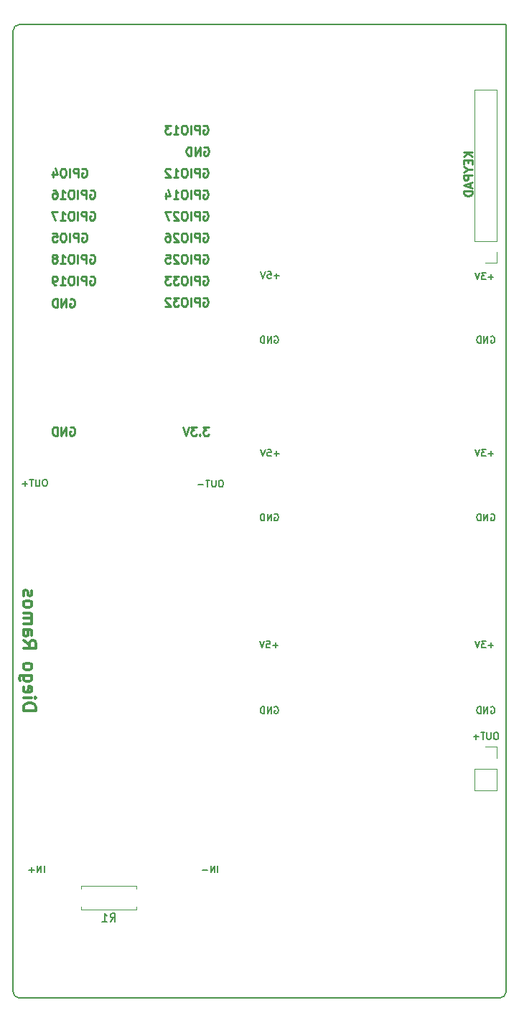
<source format=gbr>
%TF.GenerationSoftware,KiCad,Pcbnew,(5.0.2)-1*%
%TF.CreationDate,2019-03-22T12:12:08-04:00*%
%TF.ProjectId,Door_Lock,446f6f72-5f4c-46f6-936b-2e6b69636164,rev?*%
%TF.SameCoordinates,Original*%
%TF.FileFunction,Legend,Bot*%
%TF.FilePolarity,Positive*%
%FSLAX46Y46*%
G04 Gerber Fmt 4.6, Leading zero omitted, Abs format (unit mm)*
G04 Created by KiCad (PCBNEW (5.0.2)-1) date 3/22/2019 12:12:08 PM*
%MOMM*%
%LPD*%
G01*
G04 APERTURE LIST*
%ADD10C,0.200000*%
%ADD11C,0.250000*%
%ADD12C,0.150000*%
%ADD13C,0.300000*%
%ADD14C,0.120000*%
G04 APERTURE END LIST*
D10*
X115722238Y-114750904D02*
X115569857Y-114750904D01*
X115493666Y-114789000D01*
X115417476Y-114865190D01*
X115379380Y-115017571D01*
X115379380Y-115284238D01*
X115417476Y-115436619D01*
X115493666Y-115512809D01*
X115569857Y-115550904D01*
X115722238Y-115550904D01*
X115798428Y-115512809D01*
X115874619Y-115436619D01*
X115912714Y-115284238D01*
X115912714Y-115017571D01*
X115874619Y-114865190D01*
X115798428Y-114789000D01*
X115722238Y-114750904D01*
X115036523Y-114750904D02*
X115036523Y-115398523D01*
X114998428Y-115474714D01*
X114960333Y-115512809D01*
X114884142Y-115550904D01*
X114731761Y-115550904D01*
X114655571Y-115512809D01*
X114617476Y-115474714D01*
X114579380Y-115398523D01*
X114579380Y-114750904D01*
X114312714Y-114750904D02*
X113855571Y-114750904D01*
X114084142Y-115550904D02*
X114084142Y-114750904D01*
X113588904Y-115246142D02*
X112979380Y-115246142D01*
X113284142Y-115550904D02*
X113284142Y-114941380D01*
D11*
X81200428Y-45728000D02*
X81295666Y-45680380D01*
X81438524Y-45680380D01*
X81581381Y-45728000D01*
X81676619Y-45823238D01*
X81724238Y-45918476D01*
X81771857Y-46108952D01*
X81771857Y-46251809D01*
X81724238Y-46442285D01*
X81676619Y-46537523D01*
X81581381Y-46632761D01*
X81438524Y-46680380D01*
X81343285Y-46680380D01*
X81200428Y-46632761D01*
X81152809Y-46585142D01*
X81152809Y-46251809D01*
X81343285Y-46251809D01*
X80724238Y-46680380D02*
X80724238Y-45680380D01*
X80152809Y-46680380D01*
X80152809Y-45680380D01*
X79676619Y-46680380D02*
X79676619Y-45680380D01*
X79438524Y-45680380D01*
X79295666Y-45728000D01*
X79200428Y-45823238D01*
X79152809Y-45918476D01*
X79105190Y-46108952D01*
X79105190Y-46251809D01*
X79152809Y-46442285D01*
X79200428Y-46537523D01*
X79295666Y-46632761D01*
X79438524Y-46680380D01*
X79676619Y-46680380D01*
X81120904Y-60968000D02*
X81216143Y-60920380D01*
X81359000Y-60920380D01*
X81501857Y-60968000D01*
X81597095Y-61063238D01*
X81644714Y-61158476D01*
X81692333Y-61348952D01*
X81692333Y-61491809D01*
X81644714Y-61682285D01*
X81597095Y-61777523D01*
X81501857Y-61872761D01*
X81359000Y-61920380D01*
X81263762Y-61920380D01*
X81120904Y-61872761D01*
X81073285Y-61825142D01*
X81073285Y-61491809D01*
X81263762Y-61491809D01*
X80644714Y-61920380D02*
X80644714Y-60920380D01*
X80263762Y-60920380D01*
X80168524Y-60968000D01*
X80120904Y-61015619D01*
X80073285Y-61110857D01*
X80073285Y-61253714D01*
X80120904Y-61348952D01*
X80168524Y-61396571D01*
X80263762Y-61444190D01*
X80644714Y-61444190D01*
X79644714Y-61920380D02*
X79644714Y-60920380D01*
X78978047Y-60920380D02*
X78787571Y-60920380D01*
X78692333Y-60968000D01*
X78597095Y-61063238D01*
X78549476Y-61253714D01*
X78549476Y-61587047D01*
X78597095Y-61777523D01*
X78692333Y-61872761D01*
X78787571Y-61920380D01*
X78978047Y-61920380D01*
X79073285Y-61872761D01*
X79168524Y-61777523D01*
X79216143Y-61587047D01*
X79216143Y-61253714D01*
X79168524Y-61063238D01*
X79073285Y-60968000D01*
X78978047Y-60920380D01*
X78216143Y-60920380D02*
X77597095Y-60920380D01*
X77930428Y-61301333D01*
X77787571Y-61301333D01*
X77692333Y-61348952D01*
X77644714Y-61396571D01*
X77597095Y-61491809D01*
X77597095Y-61729904D01*
X77644714Y-61825142D01*
X77692333Y-61872761D01*
X77787571Y-61920380D01*
X78073285Y-61920380D01*
X78168524Y-61872761D01*
X78216143Y-61825142D01*
X77263762Y-60920380D02*
X76644714Y-60920380D01*
X76978047Y-61301333D01*
X76835190Y-61301333D01*
X76739952Y-61348952D01*
X76692333Y-61396571D01*
X76644714Y-61491809D01*
X76644714Y-61729904D01*
X76692333Y-61825142D01*
X76739952Y-61872761D01*
X76835190Y-61920380D01*
X77120904Y-61920380D01*
X77216143Y-61872761D01*
X77263762Y-61825142D01*
X81120904Y-48268000D02*
X81216143Y-48220380D01*
X81359000Y-48220380D01*
X81501857Y-48268000D01*
X81597095Y-48363238D01*
X81644714Y-48458476D01*
X81692333Y-48648952D01*
X81692333Y-48791809D01*
X81644714Y-48982285D01*
X81597095Y-49077523D01*
X81501857Y-49172761D01*
X81359000Y-49220380D01*
X81263762Y-49220380D01*
X81120904Y-49172761D01*
X81073285Y-49125142D01*
X81073285Y-48791809D01*
X81263762Y-48791809D01*
X80644714Y-49220380D02*
X80644714Y-48220380D01*
X80263762Y-48220380D01*
X80168524Y-48268000D01*
X80120904Y-48315619D01*
X80073285Y-48410857D01*
X80073285Y-48553714D01*
X80120904Y-48648952D01*
X80168524Y-48696571D01*
X80263762Y-48744190D01*
X80644714Y-48744190D01*
X79644714Y-49220380D02*
X79644714Y-48220380D01*
X78978047Y-48220380D02*
X78787571Y-48220380D01*
X78692333Y-48268000D01*
X78597095Y-48363238D01*
X78549476Y-48553714D01*
X78549476Y-48887047D01*
X78597095Y-49077523D01*
X78692333Y-49172761D01*
X78787571Y-49220380D01*
X78978047Y-49220380D01*
X79073285Y-49172761D01*
X79168524Y-49077523D01*
X79216143Y-48887047D01*
X79216143Y-48553714D01*
X79168524Y-48363238D01*
X79073285Y-48268000D01*
X78978047Y-48220380D01*
X77597095Y-49220380D02*
X78168524Y-49220380D01*
X77882809Y-49220380D02*
X77882809Y-48220380D01*
X77978047Y-48363238D01*
X78073285Y-48458476D01*
X78168524Y-48506095D01*
X77216143Y-48315619D02*
X77168524Y-48268000D01*
X77073285Y-48220380D01*
X76835190Y-48220380D01*
X76739952Y-48268000D01*
X76692333Y-48315619D01*
X76644714Y-48410857D01*
X76644714Y-48506095D01*
X76692333Y-48648952D01*
X77263762Y-49220380D01*
X76644714Y-49220380D01*
X81120904Y-43188000D02*
X81216143Y-43140380D01*
X81359000Y-43140380D01*
X81501857Y-43188000D01*
X81597095Y-43283238D01*
X81644714Y-43378476D01*
X81692333Y-43568952D01*
X81692333Y-43711809D01*
X81644714Y-43902285D01*
X81597095Y-43997523D01*
X81501857Y-44092761D01*
X81359000Y-44140380D01*
X81263762Y-44140380D01*
X81120904Y-44092761D01*
X81073285Y-44045142D01*
X81073285Y-43711809D01*
X81263762Y-43711809D01*
X80644714Y-44140380D02*
X80644714Y-43140380D01*
X80263762Y-43140380D01*
X80168524Y-43188000D01*
X80120904Y-43235619D01*
X80073285Y-43330857D01*
X80073285Y-43473714D01*
X80120904Y-43568952D01*
X80168524Y-43616571D01*
X80263762Y-43664190D01*
X80644714Y-43664190D01*
X79644714Y-44140380D02*
X79644714Y-43140380D01*
X78978047Y-43140380D02*
X78787571Y-43140380D01*
X78692333Y-43188000D01*
X78597095Y-43283238D01*
X78549476Y-43473714D01*
X78549476Y-43807047D01*
X78597095Y-43997523D01*
X78692333Y-44092761D01*
X78787571Y-44140380D01*
X78978047Y-44140380D01*
X79073285Y-44092761D01*
X79168524Y-43997523D01*
X79216143Y-43807047D01*
X79216143Y-43473714D01*
X79168524Y-43283238D01*
X79073285Y-43188000D01*
X78978047Y-43140380D01*
X77597095Y-44140380D02*
X78168524Y-44140380D01*
X77882809Y-44140380D02*
X77882809Y-43140380D01*
X77978047Y-43283238D01*
X78073285Y-43378476D01*
X78168524Y-43426095D01*
X77263762Y-43140380D02*
X76644714Y-43140380D01*
X76978047Y-43521333D01*
X76835190Y-43521333D01*
X76739952Y-43568952D01*
X76692333Y-43616571D01*
X76644714Y-43711809D01*
X76644714Y-43949904D01*
X76692333Y-44045142D01*
X76739952Y-44092761D01*
X76835190Y-44140380D01*
X77120904Y-44140380D01*
X77216143Y-44092761D01*
X77263762Y-44045142D01*
X81120904Y-58428000D02*
X81216143Y-58380380D01*
X81359000Y-58380380D01*
X81501857Y-58428000D01*
X81597095Y-58523238D01*
X81644714Y-58618476D01*
X81692333Y-58808952D01*
X81692333Y-58951809D01*
X81644714Y-59142285D01*
X81597095Y-59237523D01*
X81501857Y-59332761D01*
X81359000Y-59380380D01*
X81263762Y-59380380D01*
X81120904Y-59332761D01*
X81073285Y-59285142D01*
X81073285Y-58951809D01*
X81263762Y-58951809D01*
X80644714Y-59380380D02*
X80644714Y-58380380D01*
X80263762Y-58380380D01*
X80168524Y-58428000D01*
X80120904Y-58475619D01*
X80073285Y-58570857D01*
X80073285Y-58713714D01*
X80120904Y-58808952D01*
X80168524Y-58856571D01*
X80263762Y-58904190D01*
X80644714Y-58904190D01*
X79644714Y-59380380D02*
X79644714Y-58380380D01*
X78978047Y-58380380D02*
X78787571Y-58380380D01*
X78692333Y-58428000D01*
X78597095Y-58523238D01*
X78549476Y-58713714D01*
X78549476Y-59047047D01*
X78597095Y-59237523D01*
X78692333Y-59332761D01*
X78787571Y-59380380D01*
X78978047Y-59380380D01*
X79073285Y-59332761D01*
X79168524Y-59237523D01*
X79216143Y-59047047D01*
X79216143Y-58713714D01*
X79168524Y-58523238D01*
X79073285Y-58428000D01*
X78978047Y-58380380D01*
X78168524Y-58475619D02*
X78120904Y-58428000D01*
X78025666Y-58380380D01*
X77787571Y-58380380D01*
X77692333Y-58428000D01*
X77644714Y-58475619D01*
X77597095Y-58570857D01*
X77597095Y-58666095D01*
X77644714Y-58808952D01*
X78216143Y-59380380D01*
X77597095Y-59380380D01*
X76692333Y-58380380D02*
X77168524Y-58380380D01*
X77216143Y-58856571D01*
X77168524Y-58808952D01*
X77073285Y-58761333D01*
X76835190Y-58761333D01*
X76739952Y-58808952D01*
X76692333Y-58856571D01*
X76644714Y-58951809D01*
X76644714Y-59189904D01*
X76692333Y-59285142D01*
X76739952Y-59332761D01*
X76835190Y-59380380D01*
X77073285Y-59380380D01*
X77168524Y-59332761D01*
X77216143Y-59285142D01*
X81120904Y-55888000D02*
X81216143Y-55840380D01*
X81359000Y-55840380D01*
X81501857Y-55888000D01*
X81597095Y-55983238D01*
X81644714Y-56078476D01*
X81692333Y-56268952D01*
X81692333Y-56411809D01*
X81644714Y-56602285D01*
X81597095Y-56697523D01*
X81501857Y-56792761D01*
X81359000Y-56840380D01*
X81263762Y-56840380D01*
X81120904Y-56792761D01*
X81073285Y-56745142D01*
X81073285Y-56411809D01*
X81263762Y-56411809D01*
X80644714Y-56840380D02*
X80644714Y-55840380D01*
X80263762Y-55840380D01*
X80168524Y-55888000D01*
X80120904Y-55935619D01*
X80073285Y-56030857D01*
X80073285Y-56173714D01*
X80120904Y-56268952D01*
X80168524Y-56316571D01*
X80263762Y-56364190D01*
X80644714Y-56364190D01*
X79644714Y-56840380D02*
X79644714Y-55840380D01*
X78978047Y-55840380D02*
X78787571Y-55840380D01*
X78692333Y-55888000D01*
X78597095Y-55983238D01*
X78549476Y-56173714D01*
X78549476Y-56507047D01*
X78597095Y-56697523D01*
X78692333Y-56792761D01*
X78787571Y-56840380D01*
X78978047Y-56840380D01*
X79073285Y-56792761D01*
X79168524Y-56697523D01*
X79216143Y-56507047D01*
X79216143Y-56173714D01*
X79168524Y-55983238D01*
X79073285Y-55888000D01*
X78978047Y-55840380D01*
X78168524Y-55935619D02*
X78120904Y-55888000D01*
X78025666Y-55840380D01*
X77787571Y-55840380D01*
X77692333Y-55888000D01*
X77644714Y-55935619D01*
X77597095Y-56030857D01*
X77597095Y-56126095D01*
X77644714Y-56268952D01*
X78216143Y-56840380D01*
X77597095Y-56840380D01*
X76739952Y-55840380D02*
X76930428Y-55840380D01*
X77025666Y-55888000D01*
X77073285Y-55935619D01*
X77168524Y-56078476D01*
X77216143Y-56268952D01*
X77216143Y-56649904D01*
X77168524Y-56745142D01*
X77120904Y-56792761D01*
X77025666Y-56840380D01*
X76835190Y-56840380D01*
X76739952Y-56792761D01*
X76692333Y-56745142D01*
X76644714Y-56649904D01*
X76644714Y-56411809D01*
X76692333Y-56316571D01*
X76739952Y-56268952D01*
X76835190Y-56221333D01*
X77025666Y-56221333D01*
X77120904Y-56268952D01*
X77168524Y-56316571D01*
X77216143Y-56411809D01*
X81120904Y-50808000D02*
X81216143Y-50760380D01*
X81359000Y-50760380D01*
X81501857Y-50808000D01*
X81597095Y-50903238D01*
X81644714Y-50998476D01*
X81692333Y-51188952D01*
X81692333Y-51331809D01*
X81644714Y-51522285D01*
X81597095Y-51617523D01*
X81501857Y-51712761D01*
X81359000Y-51760380D01*
X81263762Y-51760380D01*
X81120904Y-51712761D01*
X81073285Y-51665142D01*
X81073285Y-51331809D01*
X81263762Y-51331809D01*
X80644714Y-51760380D02*
X80644714Y-50760380D01*
X80263762Y-50760380D01*
X80168524Y-50808000D01*
X80120904Y-50855619D01*
X80073285Y-50950857D01*
X80073285Y-51093714D01*
X80120904Y-51188952D01*
X80168524Y-51236571D01*
X80263762Y-51284190D01*
X80644714Y-51284190D01*
X79644714Y-51760380D02*
X79644714Y-50760380D01*
X78978047Y-50760380D02*
X78787571Y-50760380D01*
X78692333Y-50808000D01*
X78597095Y-50903238D01*
X78549476Y-51093714D01*
X78549476Y-51427047D01*
X78597095Y-51617523D01*
X78692333Y-51712761D01*
X78787571Y-51760380D01*
X78978047Y-51760380D01*
X79073285Y-51712761D01*
X79168524Y-51617523D01*
X79216143Y-51427047D01*
X79216143Y-51093714D01*
X79168524Y-50903238D01*
X79073285Y-50808000D01*
X78978047Y-50760380D01*
X77597095Y-51760380D02*
X78168524Y-51760380D01*
X77882809Y-51760380D02*
X77882809Y-50760380D01*
X77978047Y-50903238D01*
X78073285Y-50998476D01*
X78168524Y-51046095D01*
X76739952Y-51093714D02*
X76739952Y-51760380D01*
X76978047Y-50712761D02*
X77216143Y-51427047D01*
X76597095Y-51427047D01*
X81120904Y-63508000D02*
X81216143Y-63460380D01*
X81359000Y-63460380D01*
X81501857Y-63508000D01*
X81597095Y-63603238D01*
X81644714Y-63698476D01*
X81692333Y-63888952D01*
X81692333Y-64031809D01*
X81644714Y-64222285D01*
X81597095Y-64317523D01*
X81501857Y-64412761D01*
X81359000Y-64460380D01*
X81263762Y-64460380D01*
X81120904Y-64412761D01*
X81073285Y-64365142D01*
X81073285Y-64031809D01*
X81263762Y-64031809D01*
X80644714Y-64460380D02*
X80644714Y-63460380D01*
X80263762Y-63460380D01*
X80168524Y-63508000D01*
X80120904Y-63555619D01*
X80073285Y-63650857D01*
X80073285Y-63793714D01*
X80120904Y-63888952D01*
X80168524Y-63936571D01*
X80263762Y-63984190D01*
X80644714Y-63984190D01*
X79644714Y-64460380D02*
X79644714Y-63460380D01*
X78978047Y-63460380D02*
X78787571Y-63460380D01*
X78692333Y-63508000D01*
X78597095Y-63603238D01*
X78549476Y-63793714D01*
X78549476Y-64127047D01*
X78597095Y-64317523D01*
X78692333Y-64412761D01*
X78787571Y-64460380D01*
X78978047Y-64460380D01*
X79073285Y-64412761D01*
X79168524Y-64317523D01*
X79216143Y-64127047D01*
X79216143Y-63793714D01*
X79168524Y-63603238D01*
X79073285Y-63508000D01*
X78978047Y-63460380D01*
X78216143Y-63460380D02*
X77597095Y-63460380D01*
X77930428Y-63841333D01*
X77787571Y-63841333D01*
X77692333Y-63888952D01*
X77644714Y-63936571D01*
X77597095Y-64031809D01*
X77597095Y-64269904D01*
X77644714Y-64365142D01*
X77692333Y-64412761D01*
X77787571Y-64460380D01*
X78073285Y-64460380D01*
X78168524Y-64412761D01*
X78216143Y-64365142D01*
X77216143Y-63555619D02*
X77168524Y-63508000D01*
X77073285Y-63460380D01*
X76835190Y-63460380D01*
X76739952Y-63508000D01*
X76692333Y-63555619D01*
X76644714Y-63650857D01*
X76644714Y-63746095D01*
X76692333Y-63888952D01*
X77263762Y-64460380D01*
X76644714Y-64460380D01*
X81120904Y-53348000D02*
X81216143Y-53300380D01*
X81359000Y-53300380D01*
X81501857Y-53348000D01*
X81597095Y-53443238D01*
X81644714Y-53538476D01*
X81692333Y-53728952D01*
X81692333Y-53871809D01*
X81644714Y-54062285D01*
X81597095Y-54157523D01*
X81501857Y-54252761D01*
X81359000Y-54300380D01*
X81263762Y-54300380D01*
X81120904Y-54252761D01*
X81073285Y-54205142D01*
X81073285Y-53871809D01*
X81263762Y-53871809D01*
X80644714Y-54300380D02*
X80644714Y-53300380D01*
X80263762Y-53300380D01*
X80168524Y-53348000D01*
X80120904Y-53395619D01*
X80073285Y-53490857D01*
X80073285Y-53633714D01*
X80120904Y-53728952D01*
X80168524Y-53776571D01*
X80263762Y-53824190D01*
X80644714Y-53824190D01*
X79644714Y-54300380D02*
X79644714Y-53300380D01*
X78978047Y-53300380D02*
X78787571Y-53300380D01*
X78692333Y-53348000D01*
X78597095Y-53443238D01*
X78549476Y-53633714D01*
X78549476Y-53967047D01*
X78597095Y-54157523D01*
X78692333Y-54252761D01*
X78787571Y-54300380D01*
X78978047Y-54300380D01*
X79073285Y-54252761D01*
X79168524Y-54157523D01*
X79216143Y-53967047D01*
X79216143Y-53633714D01*
X79168524Y-53443238D01*
X79073285Y-53348000D01*
X78978047Y-53300380D01*
X78168524Y-53395619D02*
X78120904Y-53348000D01*
X78025666Y-53300380D01*
X77787571Y-53300380D01*
X77692333Y-53348000D01*
X77644714Y-53395619D01*
X77597095Y-53490857D01*
X77597095Y-53586095D01*
X77644714Y-53728952D01*
X78216143Y-54300380D01*
X77597095Y-54300380D01*
X77263762Y-53300380D02*
X76597095Y-53300380D01*
X77025666Y-54300380D01*
X65404904Y-63635000D02*
X65500142Y-63587380D01*
X65643000Y-63587380D01*
X65785857Y-63635000D01*
X65881095Y-63730238D01*
X65928714Y-63825476D01*
X65976333Y-64015952D01*
X65976333Y-64158809D01*
X65928714Y-64349285D01*
X65881095Y-64444523D01*
X65785857Y-64539761D01*
X65643000Y-64587380D01*
X65547761Y-64587380D01*
X65404904Y-64539761D01*
X65357285Y-64492142D01*
X65357285Y-64158809D01*
X65547761Y-64158809D01*
X64928714Y-64587380D02*
X64928714Y-63587380D01*
X64357285Y-64587380D01*
X64357285Y-63587380D01*
X63881095Y-64587380D02*
X63881095Y-63587380D01*
X63643000Y-63587380D01*
X63500142Y-63635000D01*
X63404904Y-63730238D01*
X63357285Y-63825476D01*
X63309666Y-64015952D01*
X63309666Y-64158809D01*
X63357285Y-64349285D01*
X63404904Y-64444523D01*
X63500142Y-64539761D01*
X63643000Y-64587380D01*
X63881095Y-64587380D01*
X65404904Y-78748000D02*
X65500142Y-78700380D01*
X65643000Y-78700380D01*
X65785857Y-78748000D01*
X65881095Y-78843238D01*
X65928714Y-78938476D01*
X65976333Y-79128952D01*
X65976333Y-79271809D01*
X65928714Y-79462285D01*
X65881095Y-79557523D01*
X65785857Y-79652761D01*
X65643000Y-79700380D01*
X65547761Y-79700380D01*
X65404904Y-79652761D01*
X65357285Y-79605142D01*
X65357285Y-79271809D01*
X65547761Y-79271809D01*
X64928714Y-79700380D02*
X64928714Y-78700380D01*
X64357285Y-79700380D01*
X64357285Y-78700380D01*
X63881095Y-79700380D02*
X63881095Y-78700380D01*
X63643000Y-78700380D01*
X63500142Y-78748000D01*
X63404904Y-78843238D01*
X63357285Y-78938476D01*
X63309666Y-79128952D01*
X63309666Y-79271809D01*
X63357285Y-79462285D01*
X63404904Y-79557523D01*
X63500142Y-79652761D01*
X63643000Y-79700380D01*
X63881095Y-79700380D01*
X67785856Y-58428000D02*
X67881095Y-58380380D01*
X68023952Y-58380380D01*
X68166809Y-58428000D01*
X68262047Y-58523238D01*
X68309666Y-58618476D01*
X68357285Y-58808952D01*
X68357285Y-58951809D01*
X68309666Y-59142285D01*
X68262047Y-59237523D01*
X68166809Y-59332761D01*
X68023952Y-59380380D01*
X67928714Y-59380380D01*
X67785856Y-59332761D01*
X67738237Y-59285142D01*
X67738237Y-58951809D01*
X67928714Y-58951809D01*
X67309666Y-59380380D02*
X67309666Y-58380380D01*
X66928714Y-58380380D01*
X66833476Y-58428000D01*
X66785856Y-58475619D01*
X66738237Y-58570857D01*
X66738237Y-58713714D01*
X66785856Y-58808952D01*
X66833476Y-58856571D01*
X66928714Y-58904190D01*
X67309666Y-58904190D01*
X66309666Y-59380380D02*
X66309666Y-58380380D01*
X65642999Y-58380380D02*
X65452523Y-58380380D01*
X65357285Y-58428000D01*
X65262047Y-58523238D01*
X65214428Y-58713714D01*
X65214428Y-59047047D01*
X65262047Y-59237523D01*
X65357285Y-59332761D01*
X65452523Y-59380380D01*
X65642999Y-59380380D01*
X65738237Y-59332761D01*
X65833476Y-59237523D01*
X65881095Y-59047047D01*
X65881095Y-58713714D01*
X65833476Y-58523238D01*
X65738237Y-58428000D01*
X65642999Y-58380380D01*
X64262047Y-59380380D02*
X64833476Y-59380380D01*
X64547761Y-59380380D02*
X64547761Y-58380380D01*
X64642999Y-58523238D01*
X64738237Y-58618476D01*
X64833476Y-58666095D01*
X63690618Y-58808952D02*
X63785856Y-58761333D01*
X63833476Y-58713714D01*
X63881095Y-58618476D01*
X63881095Y-58570857D01*
X63833476Y-58475619D01*
X63785856Y-58428000D01*
X63690618Y-58380380D01*
X63500142Y-58380380D01*
X63404904Y-58428000D01*
X63357285Y-58475619D01*
X63309666Y-58570857D01*
X63309666Y-58618476D01*
X63357285Y-58713714D01*
X63404904Y-58761333D01*
X63500142Y-58808952D01*
X63690618Y-58808952D01*
X63785856Y-58856571D01*
X63833476Y-58904190D01*
X63881095Y-58999428D01*
X63881095Y-59189904D01*
X63833476Y-59285142D01*
X63785856Y-59332761D01*
X63690618Y-59380380D01*
X63500142Y-59380380D01*
X63404904Y-59332761D01*
X63357285Y-59285142D01*
X63309666Y-59189904D01*
X63309666Y-58999428D01*
X63357285Y-58904190D01*
X63404904Y-58856571D01*
X63500142Y-58808952D01*
X67785856Y-60968000D02*
X67881095Y-60920380D01*
X68023952Y-60920380D01*
X68166809Y-60968000D01*
X68262047Y-61063238D01*
X68309666Y-61158476D01*
X68357285Y-61348952D01*
X68357285Y-61491809D01*
X68309666Y-61682285D01*
X68262047Y-61777523D01*
X68166809Y-61872761D01*
X68023952Y-61920380D01*
X67928714Y-61920380D01*
X67785856Y-61872761D01*
X67738237Y-61825142D01*
X67738237Y-61491809D01*
X67928714Y-61491809D01*
X67309666Y-61920380D02*
X67309666Y-60920380D01*
X66928714Y-60920380D01*
X66833476Y-60968000D01*
X66785856Y-61015619D01*
X66738237Y-61110857D01*
X66738237Y-61253714D01*
X66785856Y-61348952D01*
X66833476Y-61396571D01*
X66928714Y-61444190D01*
X67309666Y-61444190D01*
X66309666Y-61920380D02*
X66309666Y-60920380D01*
X65642999Y-60920380D02*
X65452523Y-60920380D01*
X65357285Y-60968000D01*
X65262047Y-61063238D01*
X65214428Y-61253714D01*
X65214428Y-61587047D01*
X65262047Y-61777523D01*
X65357285Y-61872761D01*
X65452523Y-61920380D01*
X65642999Y-61920380D01*
X65738237Y-61872761D01*
X65833476Y-61777523D01*
X65881095Y-61587047D01*
X65881095Y-61253714D01*
X65833476Y-61063238D01*
X65738237Y-60968000D01*
X65642999Y-60920380D01*
X64262047Y-61920380D02*
X64833476Y-61920380D01*
X64547761Y-61920380D02*
X64547761Y-60920380D01*
X64642999Y-61063238D01*
X64738237Y-61158476D01*
X64833476Y-61206095D01*
X63785856Y-61920380D02*
X63595380Y-61920380D01*
X63500142Y-61872761D01*
X63452523Y-61825142D01*
X63357285Y-61682285D01*
X63309666Y-61491809D01*
X63309666Y-61110857D01*
X63357285Y-61015619D01*
X63404904Y-60968000D01*
X63500142Y-60920380D01*
X63690618Y-60920380D01*
X63785856Y-60968000D01*
X63833476Y-61015619D01*
X63881095Y-61110857D01*
X63881095Y-61348952D01*
X63833476Y-61444190D01*
X63785856Y-61491809D01*
X63690618Y-61539428D01*
X63500142Y-61539428D01*
X63404904Y-61491809D01*
X63357285Y-61444190D01*
X63309666Y-61348952D01*
X66833476Y-48268000D02*
X66928714Y-48220380D01*
X67071571Y-48220380D01*
X67214428Y-48268000D01*
X67309666Y-48363238D01*
X67357286Y-48458476D01*
X67404905Y-48648952D01*
X67404905Y-48791809D01*
X67357286Y-48982285D01*
X67309666Y-49077523D01*
X67214428Y-49172761D01*
X67071571Y-49220380D01*
X66976333Y-49220380D01*
X66833476Y-49172761D01*
X66785857Y-49125142D01*
X66785857Y-48791809D01*
X66976333Y-48791809D01*
X66357286Y-49220380D02*
X66357286Y-48220380D01*
X65976333Y-48220380D01*
X65881095Y-48268000D01*
X65833476Y-48315619D01*
X65785857Y-48410857D01*
X65785857Y-48553714D01*
X65833476Y-48648952D01*
X65881095Y-48696571D01*
X65976333Y-48744190D01*
X66357286Y-48744190D01*
X65357286Y-49220380D02*
X65357286Y-48220380D01*
X64690619Y-48220380D02*
X64500143Y-48220380D01*
X64404905Y-48268000D01*
X64309666Y-48363238D01*
X64262047Y-48553714D01*
X64262047Y-48887047D01*
X64309666Y-49077523D01*
X64404905Y-49172761D01*
X64500143Y-49220380D01*
X64690619Y-49220380D01*
X64785857Y-49172761D01*
X64881095Y-49077523D01*
X64928714Y-48887047D01*
X64928714Y-48553714D01*
X64881095Y-48363238D01*
X64785857Y-48268000D01*
X64690619Y-48220380D01*
X63404905Y-48553714D02*
X63404905Y-49220380D01*
X63643000Y-48172761D02*
X63881095Y-48887047D01*
X63262047Y-48887047D01*
X67785856Y-50808000D02*
X67881095Y-50760380D01*
X68023952Y-50760380D01*
X68166809Y-50808000D01*
X68262047Y-50903238D01*
X68309666Y-50998476D01*
X68357285Y-51188952D01*
X68357285Y-51331809D01*
X68309666Y-51522285D01*
X68262047Y-51617523D01*
X68166809Y-51712761D01*
X68023952Y-51760380D01*
X67928714Y-51760380D01*
X67785856Y-51712761D01*
X67738237Y-51665142D01*
X67738237Y-51331809D01*
X67928714Y-51331809D01*
X67309666Y-51760380D02*
X67309666Y-50760380D01*
X66928714Y-50760380D01*
X66833476Y-50808000D01*
X66785856Y-50855619D01*
X66738237Y-50950857D01*
X66738237Y-51093714D01*
X66785856Y-51188952D01*
X66833476Y-51236571D01*
X66928714Y-51284190D01*
X67309666Y-51284190D01*
X66309666Y-51760380D02*
X66309666Y-50760380D01*
X65642999Y-50760380D02*
X65452523Y-50760380D01*
X65357285Y-50808000D01*
X65262047Y-50903238D01*
X65214428Y-51093714D01*
X65214428Y-51427047D01*
X65262047Y-51617523D01*
X65357285Y-51712761D01*
X65452523Y-51760380D01*
X65642999Y-51760380D01*
X65738237Y-51712761D01*
X65833476Y-51617523D01*
X65881095Y-51427047D01*
X65881095Y-51093714D01*
X65833476Y-50903238D01*
X65738237Y-50808000D01*
X65642999Y-50760380D01*
X64262047Y-51760380D02*
X64833476Y-51760380D01*
X64547761Y-51760380D02*
X64547761Y-50760380D01*
X64642999Y-50903238D01*
X64738237Y-50998476D01*
X64833476Y-51046095D01*
X63404904Y-50760380D02*
X63595380Y-50760380D01*
X63690618Y-50808000D01*
X63738237Y-50855619D01*
X63833476Y-50998476D01*
X63881095Y-51188952D01*
X63881095Y-51569904D01*
X63833476Y-51665142D01*
X63785856Y-51712761D01*
X63690618Y-51760380D01*
X63500142Y-51760380D01*
X63404904Y-51712761D01*
X63357285Y-51665142D01*
X63309666Y-51569904D01*
X63309666Y-51331809D01*
X63357285Y-51236571D01*
X63404904Y-51188952D01*
X63500142Y-51141333D01*
X63690618Y-51141333D01*
X63785856Y-51188952D01*
X63833476Y-51236571D01*
X63881095Y-51331809D01*
X66833476Y-55888000D02*
X66928714Y-55840380D01*
X67071571Y-55840380D01*
X67214428Y-55888000D01*
X67309666Y-55983238D01*
X67357286Y-56078476D01*
X67404905Y-56268952D01*
X67404905Y-56411809D01*
X67357286Y-56602285D01*
X67309666Y-56697523D01*
X67214428Y-56792761D01*
X67071571Y-56840380D01*
X66976333Y-56840380D01*
X66833476Y-56792761D01*
X66785857Y-56745142D01*
X66785857Y-56411809D01*
X66976333Y-56411809D01*
X66357286Y-56840380D02*
X66357286Y-55840380D01*
X65976333Y-55840380D01*
X65881095Y-55888000D01*
X65833476Y-55935619D01*
X65785857Y-56030857D01*
X65785857Y-56173714D01*
X65833476Y-56268952D01*
X65881095Y-56316571D01*
X65976333Y-56364190D01*
X66357286Y-56364190D01*
X65357286Y-56840380D02*
X65357286Y-55840380D01*
X64690619Y-55840380D02*
X64500143Y-55840380D01*
X64404905Y-55888000D01*
X64309666Y-55983238D01*
X64262047Y-56173714D01*
X64262047Y-56507047D01*
X64309666Y-56697523D01*
X64404905Y-56792761D01*
X64500143Y-56840380D01*
X64690619Y-56840380D01*
X64785857Y-56792761D01*
X64881095Y-56697523D01*
X64928714Y-56507047D01*
X64928714Y-56173714D01*
X64881095Y-55983238D01*
X64785857Y-55888000D01*
X64690619Y-55840380D01*
X63357286Y-55840380D02*
X63833476Y-55840380D01*
X63881095Y-56316571D01*
X63833476Y-56268952D01*
X63738238Y-56221333D01*
X63500143Y-56221333D01*
X63404905Y-56268952D01*
X63357286Y-56316571D01*
X63309666Y-56411809D01*
X63309666Y-56649904D01*
X63357286Y-56745142D01*
X63404905Y-56792761D01*
X63500143Y-56840380D01*
X63738238Y-56840380D01*
X63833476Y-56792761D01*
X63881095Y-56745142D01*
X67785856Y-53348000D02*
X67881095Y-53300380D01*
X68023952Y-53300380D01*
X68166809Y-53348000D01*
X68262047Y-53443238D01*
X68309666Y-53538476D01*
X68357285Y-53728952D01*
X68357285Y-53871809D01*
X68309666Y-54062285D01*
X68262047Y-54157523D01*
X68166809Y-54252761D01*
X68023952Y-54300380D01*
X67928714Y-54300380D01*
X67785856Y-54252761D01*
X67738237Y-54205142D01*
X67738237Y-53871809D01*
X67928714Y-53871809D01*
X67309666Y-54300380D02*
X67309666Y-53300380D01*
X66928714Y-53300380D01*
X66833476Y-53348000D01*
X66785856Y-53395619D01*
X66738237Y-53490857D01*
X66738237Y-53633714D01*
X66785856Y-53728952D01*
X66833476Y-53776571D01*
X66928714Y-53824190D01*
X67309666Y-53824190D01*
X66309666Y-54300380D02*
X66309666Y-53300380D01*
X65642999Y-53300380D02*
X65452523Y-53300380D01*
X65357285Y-53348000D01*
X65262047Y-53443238D01*
X65214428Y-53633714D01*
X65214428Y-53967047D01*
X65262047Y-54157523D01*
X65357285Y-54252761D01*
X65452523Y-54300380D01*
X65642999Y-54300380D01*
X65738237Y-54252761D01*
X65833476Y-54157523D01*
X65881095Y-53967047D01*
X65881095Y-53633714D01*
X65833476Y-53443238D01*
X65738237Y-53348000D01*
X65642999Y-53300380D01*
X64262047Y-54300380D02*
X64833476Y-54300380D01*
X64547761Y-54300380D02*
X64547761Y-53300380D01*
X64642999Y-53443238D01*
X64738237Y-53538476D01*
X64833476Y-53586095D01*
X63928714Y-53300380D02*
X63262047Y-53300380D01*
X63690618Y-54300380D01*
X81739952Y-78700380D02*
X81120904Y-78700380D01*
X81454238Y-79081333D01*
X81311381Y-79081333D01*
X81216142Y-79128952D01*
X81168523Y-79176571D01*
X81120904Y-79271809D01*
X81120904Y-79509904D01*
X81168523Y-79605142D01*
X81216142Y-79652761D01*
X81311381Y-79700380D01*
X81597095Y-79700380D01*
X81692333Y-79652761D01*
X81739952Y-79605142D01*
X80692333Y-79605142D02*
X80644714Y-79652761D01*
X80692333Y-79700380D01*
X80739952Y-79652761D01*
X80692333Y-79605142D01*
X80692333Y-79700380D01*
X80311381Y-78700380D02*
X79692333Y-78700380D01*
X80025666Y-79081333D01*
X79882809Y-79081333D01*
X79787571Y-79128952D01*
X79739952Y-79176571D01*
X79692333Y-79271809D01*
X79692333Y-79509904D01*
X79739952Y-79605142D01*
X79787571Y-79652761D01*
X79882809Y-79700380D01*
X80168523Y-79700380D01*
X80263762Y-79652761D01*
X80311381Y-79605142D01*
X79406619Y-78700380D02*
X79073285Y-79700380D01*
X78739952Y-78700380D01*
D12*
X59436000Y-146050000D02*
G75*
G02X58674000Y-145288000I0J762000D01*
G01*
X116840000Y-145288000D02*
G75*
G02X116078000Y-146050000I-762000J0D01*
G01*
X58674000Y-32004000D02*
G75*
G02X59436000Y-31242000I762000J0D01*
G01*
X58674000Y-145288000D02*
X58674000Y-32004000D01*
X116078000Y-146050000D02*
X59436000Y-146050000D01*
X116840000Y-31242000D02*
X116840000Y-145288000D01*
X59436000Y-31242000D02*
X116840000Y-31242000D01*
D11*
X112847380Y-46260071D02*
X111847380Y-46260071D01*
X112847380Y-46831500D02*
X112275952Y-46402928D01*
X111847380Y-46831500D02*
X112418809Y-46260071D01*
X112323571Y-47260071D02*
X112323571Y-47593404D01*
X112847380Y-47736261D02*
X112847380Y-47260071D01*
X111847380Y-47260071D01*
X111847380Y-47736261D01*
X112371190Y-48355309D02*
X112847380Y-48355309D01*
X111847380Y-48021976D02*
X112371190Y-48355309D01*
X111847380Y-48688642D01*
X112847380Y-49021976D02*
X111847380Y-49021976D01*
X111847380Y-49402928D01*
X111895000Y-49498166D01*
X111942619Y-49545785D01*
X112037857Y-49593404D01*
X112180714Y-49593404D01*
X112275952Y-49545785D01*
X112323571Y-49498166D01*
X112371190Y-49402928D01*
X112371190Y-49021976D01*
X112561666Y-49974357D02*
X112561666Y-50450547D01*
X112847380Y-49879119D02*
X111847380Y-50212452D01*
X112847380Y-50545785D01*
X112847380Y-50879119D02*
X111847380Y-50879119D01*
X111847380Y-51117214D01*
X111895000Y-51260071D01*
X111990238Y-51355309D01*
X112085476Y-51402928D01*
X112275952Y-51450547D01*
X112418809Y-51450547D01*
X112609285Y-51402928D01*
X112704523Y-51355309D01*
X112799761Y-51260071D01*
X112847380Y-51117214D01*
X112847380Y-50879119D01*
D10*
X62382285Y-131235404D02*
X62382285Y-130435404D01*
X62001333Y-131235404D02*
X62001333Y-130435404D01*
X61544190Y-131235404D01*
X61544190Y-130435404D01*
X61163238Y-130930642D02*
X60553714Y-130930642D01*
X60858476Y-131235404D02*
X60858476Y-130625880D01*
X82829285Y-131235404D02*
X82829285Y-130435404D01*
X82448333Y-131235404D02*
X82448333Y-130435404D01*
X81991190Y-131235404D01*
X81991190Y-130435404D01*
X81610238Y-130930642D02*
X81000714Y-130930642D01*
X62509238Y-84905904D02*
X62356857Y-84905904D01*
X62280666Y-84944000D01*
X62204476Y-85020190D01*
X62166380Y-85172571D01*
X62166380Y-85439238D01*
X62204476Y-85591619D01*
X62280666Y-85667809D01*
X62356857Y-85705904D01*
X62509238Y-85705904D01*
X62585428Y-85667809D01*
X62661619Y-85591619D01*
X62699714Y-85439238D01*
X62699714Y-85172571D01*
X62661619Y-85020190D01*
X62585428Y-84944000D01*
X62509238Y-84905904D01*
X61823523Y-84905904D02*
X61823523Y-85553523D01*
X61785428Y-85629714D01*
X61747333Y-85667809D01*
X61671142Y-85705904D01*
X61518761Y-85705904D01*
X61442571Y-85667809D01*
X61404476Y-85629714D01*
X61366380Y-85553523D01*
X61366380Y-84905904D01*
X61099714Y-84905904D02*
X60642571Y-84905904D01*
X60871142Y-85705904D02*
X60871142Y-84905904D01*
X60375904Y-85401142D02*
X59766380Y-85401142D01*
X60071142Y-85705904D02*
X60071142Y-85096380D01*
X83273738Y-84969404D02*
X83121357Y-84969404D01*
X83045166Y-85007500D01*
X82968976Y-85083690D01*
X82930880Y-85236071D01*
X82930880Y-85502738D01*
X82968976Y-85655119D01*
X83045166Y-85731309D01*
X83121357Y-85769404D01*
X83273738Y-85769404D01*
X83349928Y-85731309D01*
X83426119Y-85655119D01*
X83464214Y-85502738D01*
X83464214Y-85236071D01*
X83426119Y-85083690D01*
X83349928Y-85007500D01*
X83273738Y-84969404D01*
X82588023Y-84969404D02*
X82588023Y-85617023D01*
X82549928Y-85693214D01*
X82511833Y-85731309D01*
X82435642Y-85769404D01*
X82283261Y-85769404D01*
X82207071Y-85731309D01*
X82168976Y-85693214D01*
X82130880Y-85617023D01*
X82130880Y-84969404D01*
X81864214Y-84969404D02*
X81407071Y-84969404D01*
X81635642Y-85769404D02*
X81635642Y-84969404D01*
X81140404Y-85464642D02*
X80530880Y-85464642D01*
X115341271Y-104451142D02*
X114731747Y-104451142D01*
X115036509Y-104755904D02*
X115036509Y-104146380D01*
X114426985Y-103955904D02*
X113931747Y-103955904D01*
X114198414Y-104260666D01*
X114084128Y-104260666D01*
X114007938Y-104298761D01*
X113969842Y-104336857D01*
X113931747Y-104413047D01*
X113931747Y-104603523D01*
X113969842Y-104679714D01*
X114007938Y-104717809D01*
X114084128Y-104755904D01*
X114312700Y-104755904D01*
X114388890Y-104717809D01*
X114426985Y-104679714D01*
X113703176Y-103955904D02*
X113436509Y-104755904D01*
X113169842Y-103955904D01*
X115049223Y-111741000D02*
X115125414Y-111702904D01*
X115239700Y-111702904D01*
X115353985Y-111741000D01*
X115430176Y-111817190D01*
X115468271Y-111893380D01*
X115506366Y-112045761D01*
X115506366Y-112160047D01*
X115468271Y-112312428D01*
X115430176Y-112388619D01*
X115353985Y-112464809D01*
X115239700Y-112502904D01*
X115163509Y-112502904D01*
X115049223Y-112464809D01*
X115011128Y-112426714D01*
X115011128Y-112160047D01*
X115163509Y-112160047D01*
X114668271Y-112502904D02*
X114668271Y-111702904D01*
X114211128Y-112502904D01*
X114211128Y-111702904D01*
X113830176Y-112502904D02*
X113830176Y-111702904D01*
X113639700Y-111702904D01*
X113525414Y-111741000D01*
X113449223Y-111817190D01*
X113411128Y-111893380D01*
X113373033Y-112045761D01*
X113373033Y-112160047D01*
X113411128Y-112312428D01*
X113449223Y-112388619D01*
X113525414Y-112464809D01*
X113639700Y-112502904D01*
X113830176Y-112502904D01*
X115341271Y-81845142D02*
X114731747Y-81845142D01*
X115036509Y-82149904D02*
X115036509Y-81540380D01*
X114426985Y-81349904D02*
X113931747Y-81349904D01*
X114198414Y-81654666D01*
X114084128Y-81654666D01*
X114007938Y-81692761D01*
X113969842Y-81730857D01*
X113931747Y-81807047D01*
X113931747Y-81997523D01*
X113969842Y-82073714D01*
X114007938Y-82111809D01*
X114084128Y-82149904D01*
X114312700Y-82149904D01*
X114388890Y-82111809D01*
X114426985Y-82073714D01*
X113703176Y-81349904D02*
X113436509Y-82149904D01*
X113169842Y-81349904D01*
X115049223Y-89008000D02*
X115125414Y-88969904D01*
X115239700Y-88969904D01*
X115353985Y-89008000D01*
X115430176Y-89084190D01*
X115468271Y-89160380D01*
X115506366Y-89312761D01*
X115506366Y-89427047D01*
X115468271Y-89579428D01*
X115430176Y-89655619D01*
X115353985Y-89731809D01*
X115239700Y-89769904D01*
X115163509Y-89769904D01*
X115049223Y-89731809D01*
X115011128Y-89693714D01*
X115011128Y-89427047D01*
X115163509Y-89427047D01*
X114668271Y-89769904D02*
X114668271Y-88969904D01*
X114211128Y-89769904D01*
X114211128Y-88969904D01*
X113830176Y-89769904D02*
X113830176Y-88969904D01*
X113639700Y-88969904D01*
X113525414Y-89008000D01*
X113449223Y-89084190D01*
X113411128Y-89160380D01*
X113373033Y-89312761D01*
X113373033Y-89427047D01*
X113411128Y-89579428D01*
X113449223Y-89655619D01*
X113525414Y-89731809D01*
X113639700Y-89769904D01*
X113830176Y-89769904D01*
X115049223Y-68053000D02*
X115125414Y-68014904D01*
X115239700Y-68014904D01*
X115353985Y-68053000D01*
X115430176Y-68129190D01*
X115468271Y-68205380D01*
X115506366Y-68357761D01*
X115506366Y-68472047D01*
X115468271Y-68624428D01*
X115430176Y-68700619D01*
X115353985Y-68776809D01*
X115239700Y-68814904D01*
X115163509Y-68814904D01*
X115049223Y-68776809D01*
X115011128Y-68738714D01*
X115011128Y-68472047D01*
X115163509Y-68472047D01*
X114668271Y-68814904D02*
X114668271Y-68014904D01*
X114211128Y-68814904D01*
X114211128Y-68014904D01*
X113830176Y-68814904D02*
X113830176Y-68014904D01*
X113639700Y-68014904D01*
X113525414Y-68053000D01*
X113449223Y-68129190D01*
X113411128Y-68205380D01*
X113373033Y-68357761D01*
X113373033Y-68472047D01*
X113411128Y-68624428D01*
X113449223Y-68700619D01*
X113525414Y-68776809D01*
X113639700Y-68814904D01*
X113830176Y-68814904D01*
X115341271Y-61017142D02*
X114731747Y-61017142D01*
X115036509Y-61321904D02*
X115036509Y-60712380D01*
X114426985Y-60521904D02*
X113931747Y-60521904D01*
X114198414Y-60826666D01*
X114084128Y-60826666D01*
X114007938Y-60864761D01*
X113969842Y-60902857D01*
X113931747Y-60979047D01*
X113931747Y-61169523D01*
X113969842Y-61245714D01*
X114007938Y-61283809D01*
X114084128Y-61321904D01*
X114312700Y-61321904D01*
X114388890Y-61283809D01*
X114426985Y-61245714D01*
X113703176Y-60521904D02*
X113436509Y-61321904D01*
X113169842Y-60521904D01*
X89941271Y-104451142D02*
X89331747Y-104451142D01*
X89636509Y-104755904D02*
X89636509Y-104146380D01*
X88569842Y-103955904D02*
X88950795Y-103955904D01*
X88988890Y-104336857D01*
X88950795Y-104298761D01*
X88874604Y-104260666D01*
X88684128Y-104260666D01*
X88607938Y-104298761D01*
X88569842Y-104336857D01*
X88531747Y-104413047D01*
X88531747Y-104603523D01*
X88569842Y-104679714D01*
X88607938Y-104717809D01*
X88684128Y-104755904D01*
X88874604Y-104755904D01*
X88950795Y-104717809D01*
X88988890Y-104679714D01*
X88303176Y-103955904D02*
X88036509Y-104755904D01*
X87769842Y-103955904D01*
X89522223Y-111741000D02*
X89598414Y-111702904D01*
X89712700Y-111702904D01*
X89826985Y-111741000D01*
X89903176Y-111817190D01*
X89941271Y-111893380D01*
X89979366Y-112045761D01*
X89979366Y-112160047D01*
X89941271Y-112312428D01*
X89903176Y-112388619D01*
X89826985Y-112464809D01*
X89712700Y-112502904D01*
X89636509Y-112502904D01*
X89522223Y-112464809D01*
X89484128Y-112426714D01*
X89484128Y-112160047D01*
X89636509Y-112160047D01*
X89141271Y-112502904D02*
X89141271Y-111702904D01*
X88684128Y-112502904D01*
X88684128Y-111702904D01*
X88303176Y-112502904D02*
X88303176Y-111702904D01*
X88112700Y-111702904D01*
X87998414Y-111741000D01*
X87922223Y-111817190D01*
X87884128Y-111893380D01*
X87846033Y-112045761D01*
X87846033Y-112160047D01*
X87884128Y-112312428D01*
X87922223Y-112388619D01*
X87998414Y-112464809D01*
X88112700Y-112502904D01*
X88303176Y-112502904D01*
X89522223Y-89008000D02*
X89598414Y-88969904D01*
X89712700Y-88969904D01*
X89826985Y-89008000D01*
X89903176Y-89084190D01*
X89941271Y-89160380D01*
X89979366Y-89312761D01*
X89979366Y-89427047D01*
X89941271Y-89579428D01*
X89903176Y-89655619D01*
X89826985Y-89731809D01*
X89712700Y-89769904D01*
X89636509Y-89769904D01*
X89522223Y-89731809D01*
X89484128Y-89693714D01*
X89484128Y-89427047D01*
X89636509Y-89427047D01*
X89141271Y-89769904D02*
X89141271Y-88969904D01*
X88684128Y-89769904D01*
X88684128Y-88969904D01*
X88303176Y-89769904D02*
X88303176Y-88969904D01*
X88112700Y-88969904D01*
X87998414Y-89008000D01*
X87922223Y-89084190D01*
X87884128Y-89160380D01*
X87846033Y-89312761D01*
X87846033Y-89427047D01*
X87884128Y-89579428D01*
X87922223Y-89655619D01*
X87998414Y-89731809D01*
X88112700Y-89769904D01*
X88303176Y-89769904D01*
X90068271Y-81845142D02*
X89458747Y-81845142D01*
X89763509Y-82149904D02*
X89763509Y-81540380D01*
X88696842Y-81349904D02*
X89077795Y-81349904D01*
X89115890Y-81730857D01*
X89077795Y-81692761D01*
X89001604Y-81654666D01*
X88811128Y-81654666D01*
X88734938Y-81692761D01*
X88696842Y-81730857D01*
X88658747Y-81807047D01*
X88658747Y-81997523D01*
X88696842Y-82073714D01*
X88734938Y-82111809D01*
X88811128Y-82149904D01*
X89001604Y-82149904D01*
X89077795Y-82111809D01*
X89115890Y-82073714D01*
X88430176Y-81349904D02*
X88163509Y-82149904D01*
X87896842Y-81349904D01*
X90068271Y-60890142D02*
X89458747Y-60890142D01*
X89763509Y-61194904D02*
X89763509Y-60585380D01*
X88696842Y-60394904D02*
X89077795Y-60394904D01*
X89115890Y-60775857D01*
X89077795Y-60737761D01*
X89001604Y-60699666D01*
X88811128Y-60699666D01*
X88734938Y-60737761D01*
X88696842Y-60775857D01*
X88658747Y-60852047D01*
X88658747Y-61042523D01*
X88696842Y-61118714D01*
X88734938Y-61156809D01*
X88811128Y-61194904D01*
X89001604Y-61194904D01*
X89077795Y-61156809D01*
X89115890Y-61118714D01*
X88430176Y-60394904D02*
X88163509Y-61194904D01*
X87896842Y-60394904D01*
X89522223Y-68053000D02*
X89598414Y-68014904D01*
X89712700Y-68014904D01*
X89826985Y-68053000D01*
X89903176Y-68129190D01*
X89941271Y-68205380D01*
X89979366Y-68357761D01*
X89979366Y-68472047D01*
X89941271Y-68624428D01*
X89903176Y-68700619D01*
X89826985Y-68776809D01*
X89712700Y-68814904D01*
X89636509Y-68814904D01*
X89522223Y-68776809D01*
X89484128Y-68738714D01*
X89484128Y-68472047D01*
X89636509Y-68472047D01*
X89141271Y-68814904D02*
X89141271Y-68014904D01*
X88684128Y-68814904D01*
X88684128Y-68014904D01*
X88303176Y-68814904D02*
X88303176Y-68014904D01*
X88112700Y-68014904D01*
X87998414Y-68053000D01*
X87922223Y-68129190D01*
X87884128Y-68205380D01*
X87846033Y-68357761D01*
X87846033Y-68472047D01*
X87884128Y-68624428D01*
X87922223Y-68700619D01*
X87998414Y-68776809D01*
X88112700Y-68814904D01*
X88303176Y-68814904D01*
D13*
X59900428Y-112128214D02*
X61400428Y-112128214D01*
X61400428Y-111771071D01*
X61329000Y-111556785D01*
X61186142Y-111413928D01*
X61043285Y-111342500D01*
X60757571Y-111271071D01*
X60543285Y-111271071D01*
X60257571Y-111342500D01*
X60114714Y-111413928D01*
X59971857Y-111556785D01*
X59900428Y-111771071D01*
X59900428Y-112128214D01*
X59900428Y-110628214D02*
X60900428Y-110628214D01*
X61400428Y-110628214D02*
X61329000Y-110699642D01*
X61257571Y-110628214D01*
X61329000Y-110556785D01*
X61400428Y-110628214D01*
X61257571Y-110628214D01*
X59971857Y-109342500D02*
X59900428Y-109485357D01*
X59900428Y-109771071D01*
X59971857Y-109913928D01*
X60114714Y-109985357D01*
X60686142Y-109985357D01*
X60829000Y-109913928D01*
X60900428Y-109771071D01*
X60900428Y-109485357D01*
X60829000Y-109342500D01*
X60686142Y-109271071D01*
X60543285Y-109271071D01*
X60400428Y-109985357D01*
X60900428Y-107985357D02*
X59686142Y-107985357D01*
X59543285Y-108056785D01*
X59471857Y-108128214D01*
X59400428Y-108271071D01*
X59400428Y-108485357D01*
X59471857Y-108628214D01*
X59971857Y-107985357D02*
X59900428Y-108128214D01*
X59900428Y-108413928D01*
X59971857Y-108556785D01*
X60043285Y-108628214D01*
X60186142Y-108699642D01*
X60614714Y-108699642D01*
X60757571Y-108628214D01*
X60829000Y-108556785D01*
X60900428Y-108413928D01*
X60900428Y-108128214D01*
X60829000Y-107985357D01*
X59900428Y-107056785D02*
X59971857Y-107199642D01*
X60043285Y-107271071D01*
X60186142Y-107342500D01*
X60614714Y-107342500D01*
X60757571Y-107271071D01*
X60829000Y-107199642D01*
X60900428Y-107056785D01*
X60900428Y-106842500D01*
X60829000Y-106699642D01*
X60757571Y-106628214D01*
X60614714Y-106556785D01*
X60186142Y-106556785D01*
X60043285Y-106628214D01*
X59971857Y-106699642D01*
X59900428Y-106842500D01*
X59900428Y-107056785D01*
X59900428Y-103913928D02*
X60614714Y-104413928D01*
X59900428Y-104771071D02*
X61400428Y-104771071D01*
X61400428Y-104199642D01*
X61329000Y-104056785D01*
X61257571Y-103985357D01*
X61114714Y-103913928D01*
X60900428Y-103913928D01*
X60757571Y-103985357D01*
X60686142Y-104056785D01*
X60614714Y-104199642D01*
X60614714Y-104771071D01*
X59900428Y-102628214D02*
X60686142Y-102628214D01*
X60829000Y-102699642D01*
X60900428Y-102842500D01*
X60900428Y-103128214D01*
X60829000Y-103271071D01*
X59971857Y-102628214D02*
X59900428Y-102771071D01*
X59900428Y-103128214D01*
X59971857Y-103271071D01*
X60114714Y-103342500D01*
X60257571Y-103342500D01*
X60400428Y-103271071D01*
X60471857Y-103128214D01*
X60471857Y-102771071D01*
X60543285Y-102628214D01*
X59900428Y-101913928D02*
X60900428Y-101913928D01*
X60757571Y-101913928D02*
X60829000Y-101842500D01*
X60900428Y-101699642D01*
X60900428Y-101485357D01*
X60829000Y-101342500D01*
X60686142Y-101271071D01*
X59900428Y-101271071D01*
X60686142Y-101271071D02*
X60829000Y-101199642D01*
X60900428Y-101056785D01*
X60900428Y-100842500D01*
X60829000Y-100699642D01*
X60686142Y-100628214D01*
X59900428Y-100628214D01*
X59900428Y-99699642D02*
X59971857Y-99842500D01*
X60043285Y-99913928D01*
X60186142Y-99985357D01*
X60614714Y-99985357D01*
X60757571Y-99913928D01*
X60829000Y-99842500D01*
X60900428Y-99699642D01*
X60900428Y-99485357D01*
X60829000Y-99342500D01*
X60757571Y-99271071D01*
X60614714Y-99199642D01*
X60186142Y-99199642D01*
X60043285Y-99271071D01*
X59971857Y-99342500D01*
X59900428Y-99485357D01*
X59900428Y-99699642D01*
X59971857Y-98628214D02*
X59900428Y-98485357D01*
X59900428Y-98199642D01*
X59971857Y-98056785D01*
X60114714Y-97985357D01*
X60186142Y-97985357D01*
X60329000Y-98056785D01*
X60400428Y-98199642D01*
X60400428Y-98413928D01*
X60471857Y-98556785D01*
X60614714Y-98628214D01*
X60686142Y-98628214D01*
X60829000Y-98556785D01*
X60900428Y-98413928D01*
X60900428Y-98199642D01*
X60829000Y-98056785D01*
D14*
X66707000Y-135279000D02*
X66707000Y-135609000D01*
X66707000Y-135609000D02*
X73247000Y-135609000D01*
X73247000Y-135609000D02*
X73247000Y-135279000D01*
X66707000Y-133199000D02*
X66707000Y-132869000D01*
X66707000Y-132869000D02*
X73247000Y-132869000D01*
X73247000Y-132869000D02*
X73247000Y-133199000D01*
X115742700Y-121599000D02*
X113082700Y-121599000D01*
X115742700Y-118999000D02*
X115742700Y-121599000D01*
X113082700Y-118999000D02*
X113082700Y-121599000D01*
X115742700Y-118999000D02*
X113082700Y-118999000D01*
X115742700Y-117729000D02*
X115742700Y-116399000D01*
X115742700Y-116399000D02*
X114412700Y-116399000D01*
X113082700Y-56769000D02*
X115742700Y-56769000D01*
X113082700Y-56769000D02*
X113082700Y-38929000D01*
X113082700Y-38929000D02*
X115742700Y-38929000D01*
X115742700Y-56769000D02*
X115742700Y-38929000D01*
X115742700Y-59369000D02*
X115742700Y-58039000D01*
X114412700Y-59369000D02*
X115742700Y-59369000D01*
D12*
X70143666Y-137061380D02*
X70477000Y-136585190D01*
X70715095Y-137061380D02*
X70715095Y-136061380D01*
X70334142Y-136061380D01*
X70238904Y-136109000D01*
X70191285Y-136156619D01*
X70143666Y-136251857D01*
X70143666Y-136394714D01*
X70191285Y-136489952D01*
X70238904Y-136537571D01*
X70334142Y-136585190D01*
X70715095Y-136585190D01*
X69191285Y-137061380D02*
X69762714Y-137061380D01*
X69477000Y-137061380D02*
X69477000Y-136061380D01*
X69572238Y-136204238D01*
X69667476Y-136299476D01*
X69762714Y-136347095D01*
M02*

</source>
